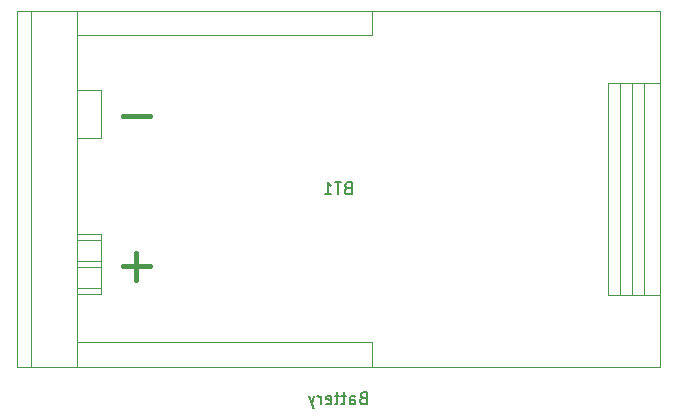
<source format=gbr>
%TF.GenerationSoftware,KiCad,Pcbnew,(5.1.9)-1*%
%TF.CreationDate,2022-08-26T12:30:02-05:00*%
%TF.ProjectId,GPSPuck,47505350-7563-46b2-9e6b-696361645f70,2*%
%TF.SameCoordinates,Original*%
%TF.FileFunction,Other,Fab,Bot*%
%FSLAX46Y46*%
G04 Gerber Fmt 4.6, Leading zero omitted, Abs format (unit mm)*
G04 Created by KiCad (PCBNEW (5.1.9)-1) date 2022-08-26 12:30:02*
%MOMM*%
%LPD*%
G01*
G04 APERTURE LIST*
%ADD10C,0.100000*%
%ADD11C,0.150000*%
%ADD12C,0.450000*%
G04 APERTURE END LIST*
D10*
%TO.C,BT1*%
X71810000Y-98920000D02*
X71810000Y-68720000D01*
X75660000Y-68720000D02*
X75660000Y-98920000D01*
X75660000Y-75420000D02*
X77660000Y-75420000D01*
X77660000Y-75420000D02*
X77660000Y-79520000D01*
X77660000Y-79520000D02*
X75660000Y-79520000D01*
X75660000Y-89920000D02*
X77660000Y-89920000D01*
X77660000Y-87620000D02*
X77660000Y-92720000D01*
X77660000Y-90420000D02*
X75660000Y-90420000D01*
X77660000Y-88120000D02*
X75660000Y-88120000D01*
X75660000Y-87620000D02*
X77660000Y-87620000D01*
X77660000Y-92720000D02*
X75660000Y-92720000D01*
X75660000Y-92220000D02*
X77660000Y-92220000D01*
X75660000Y-70820000D02*
X100660000Y-70820000D01*
X100660000Y-70820000D02*
X100660000Y-68720000D01*
X75660000Y-96820000D02*
X100660000Y-96820000D01*
X100660000Y-96820000D02*
X100660000Y-98920000D01*
X125060000Y-74820000D02*
X120660000Y-74820000D01*
X125060000Y-92820000D02*
X120660000Y-92820000D01*
X123660000Y-92820000D02*
X123660000Y-74820000D01*
X122660000Y-92820000D02*
X122660000Y-74820000D01*
X121660000Y-92820000D02*
X121660000Y-74820000D01*
X120660000Y-92820000D02*
X120660000Y-74820000D01*
X125060000Y-98920000D02*
X125060000Y-68720000D01*
X125060000Y-68720000D02*
X70560000Y-68720000D01*
X70560000Y-98920000D02*
X125060000Y-98920000D01*
X70560000Y-68720000D02*
X70560000Y-98920000D01*
%TD*%
%TO.C,BT1*%
D11*
X99861428Y-101528571D02*
X99718571Y-101576190D01*
X99670952Y-101623809D01*
X99623333Y-101719047D01*
X99623333Y-101861904D01*
X99670952Y-101957142D01*
X99718571Y-102004761D01*
X99813809Y-102052380D01*
X100194761Y-102052380D01*
X100194761Y-101052380D01*
X99861428Y-101052380D01*
X99766190Y-101100000D01*
X99718571Y-101147619D01*
X99670952Y-101242857D01*
X99670952Y-101338095D01*
X99718571Y-101433333D01*
X99766190Y-101480952D01*
X99861428Y-101528571D01*
X100194761Y-101528571D01*
X98766190Y-102052380D02*
X98766190Y-101528571D01*
X98813809Y-101433333D01*
X98909047Y-101385714D01*
X99099523Y-101385714D01*
X99194761Y-101433333D01*
X98766190Y-102004761D02*
X98861428Y-102052380D01*
X99099523Y-102052380D01*
X99194761Y-102004761D01*
X99242380Y-101909523D01*
X99242380Y-101814285D01*
X99194761Y-101719047D01*
X99099523Y-101671428D01*
X98861428Y-101671428D01*
X98766190Y-101623809D01*
X98432857Y-101385714D02*
X98051904Y-101385714D01*
X98290000Y-101052380D02*
X98290000Y-101909523D01*
X98242380Y-102004761D01*
X98147142Y-102052380D01*
X98051904Y-102052380D01*
X97861428Y-101385714D02*
X97480476Y-101385714D01*
X97718571Y-101052380D02*
X97718571Y-101909523D01*
X97670952Y-102004761D01*
X97575714Y-102052380D01*
X97480476Y-102052380D01*
X96766190Y-102004761D02*
X96861428Y-102052380D01*
X97051904Y-102052380D01*
X97147142Y-102004761D01*
X97194761Y-101909523D01*
X97194761Y-101528571D01*
X97147142Y-101433333D01*
X97051904Y-101385714D01*
X96861428Y-101385714D01*
X96766190Y-101433333D01*
X96718571Y-101528571D01*
X96718571Y-101623809D01*
X97194761Y-101719047D01*
X96290000Y-102052380D02*
X96290000Y-101385714D01*
X96290000Y-101576190D02*
X96242380Y-101480952D01*
X96194761Y-101433333D01*
X96099523Y-101385714D01*
X96004285Y-101385714D01*
X95766190Y-101385714D02*
X95528095Y-102052380D01*
X95290000Y-101385714D02*
X95528095Y-102052380D01*
X95623333Y-102290476D01*
X95670952Y-102338095D01*
X95766190Y-102385714D01*
D12*
X81802857Y-90384285D02*
X79517142Y-90384285D01*
X80660000Y-91527142D02*
X80660000Y-89241428D01*
X81802857Y-77684285D02*
X79517142Y-77684285D01*
D11*
X98575714Y-83748571D02*
X98432857Y-83796190D01*
X98385238Y-83843809D01*
X98337619Y-83939047D01*
X98337619Y-84081904D01*
X98385238Y-84177142D01*
X98432857Y-84224761D01*
X98528095Y-84272380D01*
X98909047Y-84272380D01*
X98909047Y-83272380D01*
X98575714Y-83272380D01*
X98480476Y-83320000D01*
X98432857Y-83367619D01*
X98385238Y-83462857D01*
X98385238Y-83558095D01*
X98432857Y-83653333D01*
X98480476Y-83700952D01*
X98575714Y-83748571D01*
X98909047Y-83748571D01*
X98051904Y-83272380D02*
X97480476Y-83272380D01*
X97766190Y-84272380D02*
X97766190Y-83272380D01*
X96623333Y-84272380D02*
X97194761Y-84272380D01*
X96909047Y-84272380D02*
X96909047Y-83272380D01*
X97004285Y-83415238D01*
X97099523Y-83510476D01*
X97194761Y-83558095D01*
%TD*%
M02*

</source>
